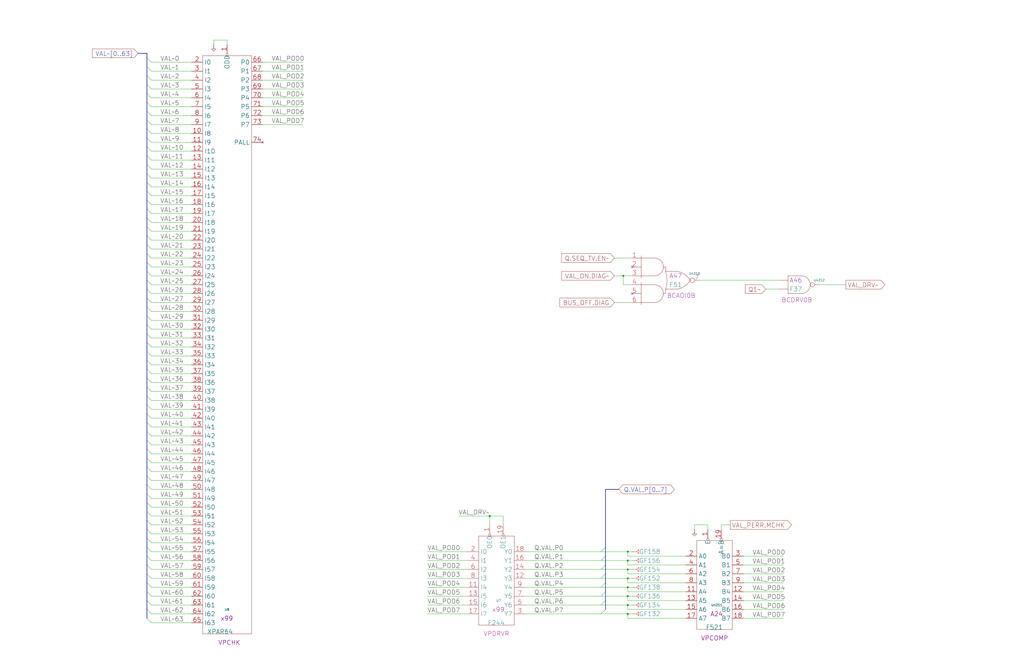
<source format=kicad_sch>
(kicad_sch (version 20230121) (generator eeschema)
  (paper "User" 584.2 378.46)
  (title_block (title "VALUE BUS TRANCEIVER\\nPARITY + BUS DRIVE LOGIC") (date "22-MAY-90") (rev "1.0") (comment 1 "SEQUENCER") (comment 2 "232-003064") (comment 3 "S400") (comment 4 "RELEASED"))
  (lib_symbols
    (symbol "r1000:F244" (pin_names (offset 1.016))
      (property "Reference" "U" (at 2.54 5.08 0))
      (property "Value" "F244" (at -3.81 -7.62 0))
      (property "Location" "___" (at -1.27 0 0))
      (property "Name" "______" (at 1.27 -15.24 0))
      (symbol "F244_1_1"
        (rectangle (start -8.89 41.91) (end 11.43 -8.89))
        (circle (center -2.54 42.545) (radius 0.635))
        (circle (center 5.08 42.545) (radius 0.635))
        (pin input line (at -2.54 48.26 270) (length 5.08) (name "OE0") (number "1"))
        (pin input line (at -15.24 12.7 0) (length 6.35) (name "I4") (number "11"))
        (pin tri_state line (at 17.78 17.78 180) (length 6.35) (name "Y3") (number "12"))
        (pin input line (at -15.24 7.62 0) (length 6.35) (name "I5") (number "13"))
        (pin tri_state line (at 17.78 22.86 180) (length 6.35) (name "Y2") (number "14"))
        (pin input line (at -15.24 2.54 0) (length 6.35) (name "I6") (number "15"))
        (pin tri_state line (at 17.78 27.94 180) (length 6.35) (name "Y1") (number "16"))
        (pin input line (at -15.24 -2.54 0) (length 6.35) (name "I7") (number "17"))
        (pin tri_state line (at 17.78 33.02 180) (length 6.35) (name "Y0") (number "18"))
        (pin input line (at 5.08 48.26 270) (length 5.08) (name "OE1") (number "19"))
        (pin input line (at -15.24 33.02 0) (length 6.35) (name "I0") (number "2"))
        (pin tri_state line (at 17.78 -2.54 180) (length 6.35) (name "Y7") (number "3"))
        (pin input line (at -15.24 27.94 0) (length 6.35) (name "I1") (number "4"))
        (pin tri_state line (at 17.78 2.54 180) (length 6.35) (name "Y6") (number "5"))
        (pin input line (at -15.24 22.86 0) (length 6.35) (name "I2") (number "6"))
        (pin tri_state line (at 17.78 7.62 180) (length 6.35) (name "Y5") (number "7"))
        (pin input line (at -15.24 17.78 0) (length 6.35) (name "I3") (number "8"))
        (pin tri_state line (at 17.78 12.7 180) (length 6.35) (name "Y4") (number "9"))
      )
    )
    (symbol "r1000:F37" (pin_numbers hide) (pin_names (offset 0) hide)
      (property "Reference" "U" (at 15.24 0 0))
      (property "Value" "F37" (at 1.905 -5.08 0))
      (property "Location" "___" (at 1.905 0 0))
      (property "Name" "______" (at 2.54 -12.7 0))
      (symbol "F37_0_1"
        (polyline (pts (xy -2.54 -7.62) (xy 5.08 -7.62)) (stroke (width 0.1524)))
        (polyline (pts (xy -2.54 2.54) (xy -2.54 -7.62)) (stroke (width 0.1524)))
        (polyline (pts (xy -2.54 2.54) (xy 5.08 2.54)) (stroke (width 0.1524)))
        (arc (start 5.08 -7.62) (mid 10.1282 -2.54) (end 5.08 2.54) (stroke (width 0.1524)))
        (circle (center 11.43 -2.54) (radius 1.27) (stroke (width 0.1524)))
      )
      (symbol "F37_0_2"
        (circle (center -3.81 -5.08) (radius 1.27) (stroke (width 0.1524)))
        (circle (center -3.81 0) (radius 1.27) (stroke (width 0.1524)))
        (arc (start -3.175 -7.62) (mid -2.134 -2.54) (end -3.175 2.54) (stroke (width 0.1524)))
        (polyline (pts (xy -3.175 -7.62) (xy 3.81 -7.62)) (stroke (width 0.1524)))
        (polyline (pts (xy -3.175 2.54) (xy 3.81 2.54)) (stroke (width 0.1524)))
        (arc (start 3.81 -7.62) (mid 7.5855 -5.8306) (end 10.16 -2.54) (stroke (width 0.1524)))
        (arc (start 10.16 -2.54) (mid 7.5827 0.7471) (end 3.81 2.54) (stroke (width 0.1524)))
      )
      (symbol "F37_1_1"
        (pin input line (at -7.62 0 0) (length 5.08) (name "D0") (number "1"))
        (pin input line (at -7.62 -5.08 0) (length 5.08) (name "D1") (number "2"))
        (pin output line (at 15.24 -2.54 180) (length 2.54) (name "Q") (number "3"))
      )
      (symbol "F37_1_2"
        (pin input line (at -7.62 0 0) (length 2.54) (name "D0") (number "1"))
        (pin input line (at -7.62 -5.08 0) (length 2.54) (name "D1") (number "2"))
        (pin output line (at 15.24 -2.54 180) (length 5.08) (name "Q") (number "3"))
      )
    )
    (symbol "r1000:F51" (pin_names hide)
      (property "Reference" "U" (at 12.7 1.27 0))
      (property "Value" "F51" (at 1.905 -5.08 0))
      (property "Location" "___" (at 1.905 0 0))
      (property "Name" "______" (at 5.08 -12.7 0))
      (symbol "F51_0_0"
        (arc (start -10.16 -15.24) (mid -6.5679 -13.7521) (end -5.08 -10.16) (stroke (width 0.1524)))
        (arc (start -10.16 0) (mid -6.5679 1.4879) (end -5.08 5.08) (stroke (width 0.1524)))
        (arc (start -5.08 -10.16) (mid -6.5679 -6.5679) (end -10.16 -5.08) (stroke (width 0.1524)))
        (arc (start -5.08 5.08) (mid -6.5679 8.6721) (end -10.16 10.16) (stroke (width 0.1524)))
        (arc (start -3.8173 -7.62) (mid -2.9926 -2.54) (end -3.8173 2.54) (stroke (width 0.1524)))
        (polyline (pts (xy -20.32 -15.24) (xy -17.78 -15.24)) (stroke (width 0.1524)))
        (polyline (pts (xy -20.32 -10.16) (xy -17.78 -10.16)) (stroke (width 0.1524)))
        (polyline (pts (xy -20.32 -5.08) (xy -17.78 -5.08)) (stroke (width 0.1524)))
        (polyline (pts (xy -20.32 0) (xy -17.78 0)) (stroke (width 0.1524)))
        (polyline (pts (xy -20.32 5.08) (xy -17.78 5.08)) (stroke (width 0.1524)))
        (polyline (pts (xy -20.32 10.16) (xy -17.78 10.16)) (stroke (width 0.1524)))
        (polyline (pts (xy -17.78 -3.81) (xy -17.78 -16.51)) (stroke (width 0.1524)))
        (polyline (pts (xy -17.78 11.43) (xy -17.78 -1.27)) (stroke (width 0.1524)))
        (polyline (pts (xy -10.16 -15.24) (xy -17.78 -15.24)) (stroke (width 0.1524)))
        (polyline (pts (xy -10.16 -5.08) (xy -17.78 -5.08)) (stroke (width 0.1524)))
        (polyline (pts (xy -10.16 0) (xy -17.78 0)) (stroke (width 0.1524)))
        (polyline (pts (xy -10.16 10.16) (xy -17.78 10.16)) (stroke (width 0.1524)))
        (polyline (pts (xy -3.81 -7.62) (xy 2.54 -7.62)) (stroke (width 0.1524)))
        (polyline (pts (xy -3.81 2.54) (xy 2.54 2.54)) (stroke (width 0.1524)))
        (polyline (pts (xy -5.08 -10.16) (xy -3.81 -10.16) (xy -3.81 -7.62)) (stroke (width 0.1524)))
        (polyline (pts (xy -5.08 5.08) (xy -3.81 5.08) (xy -3.81 2.54)) (stroke (width 0.1524)))
        (arc (start 2.54 -7.62) (mid 6.9504 -5.9805) (end 10.16 -2.54) (stroke (width 0.1524)))
        (arc (start 10.16 -2.54) (mid 6.9516 0.9024) (end 2.54 2.54) (stroke (width 0.1524)))
        (circle (center 11.43 -2.54) (radius 1.27) (stroke (width 0.1524)))
      )
      (symbol "F51_1_1"
        (pin input line (at -22.86 10.16 0) (length 2.54) (name "A1") (number "1"))
        (pin input line (at -22.86 5.08 0) (length 2.54) (name "A2") (number "2"))
        (pin input line (at -22.86 0 0) (length 2.54) (name "A3") (number "3"))
        (pin input line (at -22.86 -5.08 0) (length 2.54) (name "B1") (number "4"))
        (pin input line (at -22.86 -10.16 0) (length 2.54) (name "B2") (number "5"))
        (pin input line (at -22.86 -15.24 0) (length 2.54) (name "B3") (number "6"))
        (pin output line (at 15.24 -2.54 180) (length 2.54) (name "Q") (number "7"))
      )
    )
    (symbol "r1000:F521" (pin_names (offset 1.016))
      (property "Reference" "U" (at 2.54 5.08 0))
      (property "Value" "F521" (at -3.81 -7.62 0))
      (property "Location" "___" (at -1.27 0 0))
      (property "Name" "______" (at 1.27 -15.24 0))
      (symbol "F521_1_1"
        (rectangle (start -8.89 41.91) (end 11.43 -8.89))
        (circle (center -2.54 42.545) (radius 0.635))
        (circle (center 5.08 42.545) (radius 0.635))
        (pin input line (at -2.54 48.26 270) (length 5.08) (name "E") (number "1"))
        (pin input line (at -15.24 12.7 0) (length 6.35) (name "A4") (number "11"))
        (pin input line (at 17.78 12.7 180) (length 6.35) (name "B4") (number "12"))
        (pin input line (at -15.24 7.62 0) (length 6.35) (name "A5") (number "13"))
        (pin input line (at 17.78 7.62 180) (length 6.35) (name "B5") (number "14"))
        (pin input line (at -15.24 2.54 0) (length 6.35) (name "A6") (number "15"))
        (pin input line (at 17.78 2.54 180) (length 6.35) (name "B6") (number "16"))
        (pin input line (at -15.24 -2.54 0) (length 6.35) (name "A7") (number "17"))
        (pin input line (at 17.78 -2.54 180) (length 6.35) (name "B7") (number "18"))
        (pin output line (at 5.08 48.26 270) (length 5.08) (name "A=B") (number "19"))
        (pin input line (at -15.24 33.02 0) (length 6.35) (name "A0") (number "2"))
        (pin input line (at 17.78 33.02 180) (length 6.35) (name "B0") (number "3"))
        (pin input line (at -15.24 27.94 0) (length 6.35) (name "A1") (number "4"))
        (pin input line (at 17.78 27.94 180) (length 6.35) (name "B1") (number "5"))
        (pin input line (at -15.24 22.86 0) (length 6.35) (name "A2") (number "6"))
        (pin input line (at 17.78 22.86 180) (length 6.35) (name "B2") (number "7"))
        (pin input line (at -15.24 17.78 0) (length 6.35) (name "A3") (number "8"))
        (pin input line (at 17.78 17.78 180) (length 6.35) (name "B3") (number "9"))
      )
    )
    (symbol "r1000:GF" (pin_numbers hide) (pin_names (offset 0) hide)
      (property "Reference" "GF" (at 3.81 0 0))
      (symbol "GF_0_1"
        (polyline (pts (xy 2.54 0) (xy 3.81 1.27) (xy 3.81 -1.27) (xy 2.54 0)) (stroke (width 0.1524)))
      )
      (symbol "GF_1_1"
        (pin bidirectional line (at 0 0 0) (length 2.54) (name "") (number "1"))
      )
    )
    (symbol "r1000:PD" (power) (pin_numbers hide) (pin_names hide) (in_bom no)
      (symbol "PD_0_1"
        (polyline (pts (xy 0 -2.54) (xy 1.27 -2.54) (xy 0 -3.81) (xy -1.27 -2.54) (xy 0 -2.54)) (stroke (width 0.1524)))
      )
      (symbol "PD_1_1"
        (pin power_in line (at 0 0 270) (length 2.54) (name "PD") (number "1"))
      )
    )
    (symbol "r1000:XPAR64" (pin_names (offset 1.016))
      (property "Reference" "U" (at 2.54 5.08 0))
      (property "Value" "XPAR64" (at -8.89 -7.62 0))
      (property "Location" "___" (at -1.27 0 0))
      (property "Name" "______" (at 3.81 -15.24 0))
      (symbol "XPAR64_1_1"
        (rectangle (start -11.43 321.31) (end 16.51 -8.89))
        (circle (center 2.54 321.945) (radius 0.635))
        (pin input line (at 2.54 327.66 270) (length 5.08) (name "ODD") (number "1"))
        (pin input line (at -17.78 276.86 0) (length 6.35) (name "I8") (number "10"))
        (pin input line (at -17.78 271.78 0) (length 6.35) (name "I9") (number "11"))
        (pin input line (at -17.78 266.7 0) (length 6.35) (name "I10") (number "12"))
        (pin input line (at -17.78 261.62 0) (length 6.35) (name "I11") (number "13"))
        (pin input line (at -17.78 256.54 0) (length 6.35) (name "I12") (number "14"))
        (pin input line (at -17.78 251.46 0) (length 6.35) (name "I13") (number "15"))
        (pin input line (at -17.78 246.38 0) (length 6.35) (name "I14") (number "16"))
        (pin input line (at -17.78 241.3 0) (length 6.35) (name "I15") (number "17"))
        (pin input line (at -17.78 236.22 0) (length 6.35) (name "I16") (number "18"))
        (pin input line (at -17.78 231.14 0) (length 6.35) (name "I17") (number "19"))
        (pin input line (at -17.78 317.5 0) (length 6.35) (name "I0") (number "2"))
        (pin input line (at -17.78 226.06 0) (length 6.35) (name "I18") (number "20"))
        (pin input line (at -17.78 220.98 0) (length 6.35) (name "I19") (number "21"))
        (pin input line (at -17.78 215.9 0) (length 6.35) (name "I20") (number "22"))
        (pin input line (at -17.78 210.82 0) (length 6.35) (name "I21") (number "23"))
        (pin input line (at -17.78 205.74 0) (length 6.35) (name "I22") (number "24"))
        (pin input line (at -17.78 200.66 0) (length 6.35) (name "I23") (number "25"))
        (pin input line (at -17.78 195.58 0) (length 6.35) (name "I24") (number "26"))
        (pin input line (at -17.78 190.5 0) (length 6.35) (name "I25") (number "27"))
        (pin input line (at -17.78 185.42 0) (length 6.35) (name "I26") (number "28"))
        (pin input line (at -17.78 180.34 0) (length 6.35) (name "I27") (number "29"))
        (pin input line (at -17.78 312.42 0) (length 6.35) (name "I1") (number "3"))
        (pin input line (at -17.78 175.26 0) (length 6.35) (name "I28") (number "30"))
        (pin input line (at -17.78 170.18 0) (length 6.35) (name "I29") (number "31"))
        (pin input line (at -17.78 165.1 0) (length 6.35) (name "I30") (number "32"))
        (pin input line (at -17.78 160.02 0) (length 6.35) (name "I31") (number "33"))
        (pin input line (at -17.78 154.94 0) (length 6.35) (name "I32") (number "34"))
        (pin input line (at -17.78 149.86 0) (length 6.35) (name "I33") (number "35"))
        (pin input line (at -17.78 144.78 0) (length 6.35) (name "I34") (number "36"))
        (pin input line (at -17.78 139.7 0) (length 6.35) (name "I35") (number "37"))
        (pin input line (at -17.78 134.62 0) (length 6.35) (name "I36") (number "38"))
        (pin input line (at -17.78 129.54 0) (length 6.35) (name "I37") (number "39"))
        (pin input line (at -17.78 307.34 0) (length 6.35) (name "I2") (number "4"))
        (pin input line (at -17.78 124.46 0) (length 6.35) (name "I38") (number "40"))
        (pin input line (at -17.78 119.38 0) (length 6.35) (name "I39") (number "41"))
        (pin input line (at -17.78 114.3 0) (length 6.35) (name "I40") (number "42"))
        (pin input line (at -17.78 109.22 0) (length 6.35) (name "I41") (number "43"))
        (pin input line (at -17.78 104.14 0) (length 6.35) (name "I42") (number "44"))
        (pin input line (at -17.78 99.06 0) (length 6.35) (name "I43") (number "45"))
        (pin input line (at -17.78 93.98 0) (length 6.35) (name "I44") (number "46"))
        (pin input line (at -17.78 88.9 0) (length 6.35) (name "I45") (number "47"))
        (pin input line (at -17.78 83.82 0) (length 6.35) (name "I46") (number "48"))
        (pin input line (at -17.78 78.74 0) (length 6.35) (name "I47") (number "49"))
        (pin input line (at -17.78 302.26 0) (length 6.35) (name "I3") (number "5"))
        (pin input line (at -17.78 73.66 0) (length 6.35) (name "I48") (number "50"))
        (pin input line (at -17.78 68.58 0) (length 6.35) (name "I49") (number "51"))
        (pin input line (at -17.78 63.5 0) (length 6.35) (name "I50") (number "52"))
        (pin input line (at -17.78 58.42 0) (length 6.35) (name "I51") (number "53"))
        (pin input line (at -17.78 53.34 0) (length 6.35) (name "I52") (number "54"))
        (pin input line (at -17.78 48.26 0) (length 6.35) (name "I53") (number "55"))
        (pin input line (at -17.78 43.18 0) (length 6.35) (name "I54") (number "56"))
        (pin input line (at -17.78 38.1 0) (length 6.35) (name "I55") (number "57"))
        (pin input line (at -17.78 33.02 0) (length 6.35) (name "I56") (number "58"))
        (pin input line (at -17.78 27.94 0) (length 6.35) (name "I57") (number "59"))
        (pin input line (at -17.78 297.18 0) (length 6.35) (name "I4") (number "6"))
        (pin input line (at -17.78 22.86 0) (length 6.35) (name "I58") (number "60"))
        (pin input line (at -17.78 17.78 0) (length 6.35) (name "I59") (number "61"))
        (pin input line (at -17.78 12.7 0) (length 6.35) (name "I60") (number "62"))
        (pin input line (at -17.78 7.62 0) (length 6.35) (name "I61") (number "63"))
        (pin input line (at -17.78 2.54 0) (length 6.35) (name "I62") (number "64"))
        (pin input line (at -17.78 -2.54 0) (length 6.35) (name "I63") (number "65"))
        (pin output line (at 22.86 317.5 180) (length 6.35) (name "P0") (number "66"))
        (pin output line (at 22.86 312.42 180) (length 6.35) (name "P1") (number "67"))
        (pin output line (at 22.86 307.34 180) (length 6.35) (name "P2") (number "68"))
        (pin output line (at 22.86 302.26 180) (length 6.35) (name "P3") (number "69"))
        (pin input line (at -17.78 292.1 0) (length 6.35) (name "I5") (number "7"))
        (pin output line (at 22.86 297.18 180) (length 6.35) (name "P4") (number "70"))
        (pin output line (at 22.86 292.1 180) (length 6.35) (name "P5") (number "71"))
        (pin output line (at 22.86 287.02 180) (length 6.35) (name "P6") (number "72"))
        (pin output line (at 22.86 281.94 180) (length 6.35) (name "P7") (number "73"))
        (pin output line (at 22.86 271.78 180) (length 6.35) (name "PALL") (number "74"))
        (pin input line (at -17.78 287.02 0) (length 6.35) (name "I6") (number "8"))
        (pin input line (at -17.78 281.94 0) (length 6.35) (name "I7") (number "9"))
      )
    )
  )
  (junction (at 358.14 345.44))
  (junction (at 358.14 340.36))
  (junction (at 358.14 314.96))
  (junction (at 358.14 330.2))
  (junction (at 358.14 320.04))
  (junction (at 358.14 335.28))
  (junction (at 358.14 325.12))
  (junction (at 358.14 350.52))
  (junction (at 355.6 157.48))
  (junction (at 279.4 294.64))
  (no_connect (at 149.86 81.28))
  (no_connect (at 360.68 167.64))
  (no_connect (at 360.68 152.4))
  (bus_entry (at 83.82 185.42) (size 2.54 2.54))
  (bus_entry (at 83.82 271.78) (size 2.54 2.54))
  (bus_entry (at 345.44 337.82) (size -2.54 2.54))
  (bus_entry (at 83.82 251.46) (size 2.54 2.54))
  (bus_entry (at 83.82 332.74) (size 2.54 2.54))
  (bus_entry (at 345.44 342.9) (size -2.54 2.54))
  (bus_entry (at 83.82 33.02) (size 2.54 2.54))
  (bus_entry (at 83.82 210.82) (size 2.54 2.54))
  (bus_entry (at 83.82 104.14) (size 2.54 2.54))
  (bus_entry (at 83.82 241.3) (size 2.54 2.54))
  (bus_entry (at 83.82 287.02) (size 2.54 2.54))
  (bus_entry (at 83.82 48.26) (size 2.54 2.54))
  (bus_entry (at 83.82 175.26) (size 2.54 2.54))
  (bus_entry (at 83.82 236.22) (size 2.54 2.54))
  (bus_entry (at 83.82 58.42) (size 2.54 2.54))
  (bus_entry (at 83.82 215.9) (size 2.54 2.54))
  (bus_entry (at 83.82 43.18) (size 2.54 2.54))
  (bus_entry (at 83.82 38.1) (size 2.54 2.54))
  (bus_entry (at 83.82 124.46) (size 2.54 2.54))
  (bus_entry (at 83.82 63.5) (size 2.54 2.54))
  (bus_entry (at 83.82 119.38) (size 2.54 2.54))
  (bus_entry (at 83.82 353.06) (size 2.54 2.54))
  (bus_entry (at 83.82 281.94) (size 2.54 2.54))
  (bus_entry (at 83.82 261.62) (size 2.54 2.54))
  (bus_entry (at 83.82 134.62) (size 2.54 2.54))
  (bus_entry (at 83.82 180.34) (size 2.54 2.54))
  (bus_entry (at 83.82 68.58) (size 2.54 2.54))
  (bus_entry (at 83.82 342.9) (size 2.54 2.54))
  (bus_entry (at 83.82 109.22) (size 2.54 2.54))
  (bus_entry (at 83.82 114.3) (size 2.54 2.54))
  (bus_entry (at 83.82 165.1) (size 2.54 2.54))
  (bus_entry (at 83.82 327.66) (size 2.54 2.54))
  (bus_entry (at 83.82 347.98) (size 2.54 2.54))
  (bus_entry (at 83.82 297.18) (size 2.54 2.54))
  (bus_entry (at 83.82 149.86) (size 2.54 2.54))
  (bus_entry (at 83.82 231.14) (size 2.54 2.54))
  (bus_entry (at 83.82 307.34) (size 2.54 2.54))
  (bus_entry (at 83.82 337.82) (size 2.54 2.54))
  (bus_entry (at 83.82 139.7) (size 2.54 2.54))
  (bus_entry (at 83.82 93.98) (size 2.54 2.54))
  (bus_entry (at 83.82 246.38) (size 2.54 2.54))
  (bus_entry (at 345.44 347.98) (size -2.54 2.54))
  (bus_entry (at 83.82 73.66) (size 2.54 2.54))
  (bus_entry (at 83.82 144.78) (size 2.54 2.54))
  (bus_entry (at 83.82 160.02) (size 2.54 2.54))
  (bus_entry (at 83.82 53.34) (size 2.54 2.54))
  (bus_entry (at 83.82 322.58) (size 2.54 2.54))
  (bus_entry (at 83.82 190.5) (size 2.54 2.54))
  (bus_entry (at 345.44 332.74) (size -2.54 2.54))
  (bus_entry (at 83.82 312.42) (size 2.54 2.54))
  (bus_entry (at 83.82 83.82) (size 2.54 2.54))
  (bus_entry (at 83.82 170.18) (size 2.54 2.54))
  (bus_entry (at 83.82 205.74) (size 2.54 2.54))
  (bus_entry (at 83.82 220.98) (size 2.54 2.54))
  (bus_entry (at 345.44 327.66) (size -2.54 2.54))
  (bus_entry (at 345.44 322.58) (size -2.54 2.54))
  (bus_entry (at 83.82 88.9) (size 2.54 2.54))
  (bus_entry (at 83.82 195.58) (size 2.54 2.54))
  (bus_entry (at 83.82 200.66) (size 2.54 2.54))
  (bus_entry (at 345.44 312.42) (size -2.54 2.54))
  (bus_entry (at 83.82 266.7) (size 2.54 2.54))
  (bus_entry (at 83.82 226.06) (size 2.54 2.54))
  (bus_entry (at 345.44 317.5) (size -2.54 2.54))
  (bus_entry (at 83.82 129.54) (size 2.54 2.54))
  (bus_entry (at 83.82 78.74) (size 2.54 2.54))
  (bus_entry (at 83.82 302.26) (size 2.54 2.54))
  (bus_entry (at 83.82 99.06) (size 2.54 2.54))
  (bus_entry (at 83.82 317.5) (size 2.54 2.54))
  (bus_entry (at 83.82 276.86) (size 2.54 2.54))
  (bus_entry (at 83.82 292.1) (size 2.54 2.54))
  (bus_entry (at 83.82 256.54) (size 2.54 2.54))
  (bus_entry (at 83.82 154.94) (size 2.54 2.54))
  (wire (pts (xy 299.72 320.04) (xy 342.9 320.04)))
  (bus (pts (xy 83.82 129.54) (xy 83.82 134.62)))
  (bus (pts (xy 83.82 185.42) (xy 83.82 190.5)))
  (wire (pts (xy 109.22 213.36) (xy 86.36 213.36)))
  (wire (pts (xy 342.9 320.04) (xy 358.14 320.04)))
  (bus (pts (xy 83.82 154.94) (xy 83.82 160.02)))
  (wire (pts (xy 342.9 335.28) (xy 358.14 335.28)))
  (wire (pts (xy 109.22 60.96) (xy 86.36 60.96)))
  (wire (pts (xy 109.22 264.16) (xy 86.36 264.16)))
  (bus (pts (xy 83.82 256.54) (xy 83.82 261.62)))
  (bus (pts (xy 83.82 165.1) (xy 83.82 170.18)))
  (wire (pts (xy 391.16 327.66) (xy 358.14 327.66)))
  (wire (pts (xy 391.16 322.58) (xy 358.14 322.58)))
  (bus (pts (xy 83.82 83.82) (xy 83.82 88.9)))
  (wire (pts (xy 243.84 335.28) (xy 266.7 335.28)))
  (wire (pts (xy 358.14 314.96) (xy 358.14 317.5)))
  (bus (pts (xy 78.74 30.48) (xy 83.82 30.48)))
  (wire (pts (xy 391.16 317.5) (xy 358.14 317.5)))
  (bus (pts (xy 345.44 279.4) (xy 345.44 312.42)))
  (bus (pts (xy 83.82 322.58) (xy 83.82 327.66)))
  (wire (pts (xy 109.22 355.6) (xy 86.36 355.6)))
  (wire (pts (xy 424.18 347.98) (xy 447.04 347.98)))
  (bus (pts (xy 83.82 104.14) (xy 83.82 109.22)))
  (wire (pts (xy 350.52 157.48) (xy 355.6 157.48)))
  (wire (pts (xy 396.24 299.72) (xy 403.86 299.72)))
  (bus (pts (xy 345.44 317.5) (xy 345.44 322.58)))
  (wire (pts (xy 109.22 152.4) (xy 86.36 152.4)))
  (wire (pts (xy 109.22 45.72) (xy 86.36 45.72)))
  (wire (pts (xy 109.22 325.12) (xy 86.36 325.12)))
  (bus (pts (xy 83.82 170.18) (xy 83.82 175.26)))
  (wire (pts (xy 355.6 162.56) (xy 355.6 157.48)))
  (wire (pts (xy 358.14 330.2) (xy 358.14 332.74)))
  (wire (pts (xy 358.14 335.28) (xy 358.14 337.82)))
  (wire (pts (xy 109.22 243.84) (xy 86.36 243.84)))
  (bus (pts (xy 345.44 342.9) (xy 345.44 347.98)))
  (wire (pts (xy 109.22 121.92) (xy 86.36 121.92)))
  (wire (pts (xy 299.72 345.44) (xy 342.9 345.44)))
  (bus (pts (xy 83.82 261.62) (xy 83.82 266.7)))
  (wire (pts (xy 109.22 116.84) (xy 86.36 116.84)))
  (wire (pts (xy 358.14 320.04) (xy 358.14 322.58)))
  (wire (pts (xy 396.24 299.72) (xy 396.24 302.26)))
  (bus (pts (xy 83.82 114.3) (xy 83.82 119.38)))
  (bus (pts (xy 83.82 231.14) (xy 83.82 236.22)))
  (wire (pts (xy 360.68 162.56) (xy 355.6 162.56)))
  (bus (pts (xy 83.82 48.26) (xy 83.82 53.34)))
  (wire (pts (xy 109.22 132.08) (xy 86.36 132.08)))
  (bus (pts (xy 83.82 251.46) (xy 83.82 256.54)))
  (bus (pts (xy 83.82 93.98) (xy 83.82 99.06)))
  (wire (pts (xy 403.86 302.26) (xy 403.86 299.72)))
  (bus (pts (xy 83.82 119.38) (xy 83.82 124.46)))
  (bus (pts (xy 83.82 124.46) (xy 83.82 129.54)))
  (bus (pts (xy 345.44 337.82) (xy 345.44 342.9)))
  (wire (pts (xy 109.22 228.6) (xy 86.36 228.6)))
  (wire (pts (xy 243.84 320.04) (xy 266.7 320.04)))
  (bus (pts (xy 83.82 43.18) (xy 83.82 48.26)))
  (wire (pts (xy 109.22 233.68) (xy 86.36 233.68)))
  (wire (pts (xy 109.22 111.76) (xy 86.36 111.76)))
  (wire (pts (xy 358.14 345.44) (xy 358.14 347.98)))
  (wire (pts (xy 109.22 320.04) (xy 86.36 320.04)))
  (wire (pts (xy 109.22 223.52) (xy 86.36 223.52)))
  (wire (pts (xy 243.84 340.36) (xy 266.7 340.36)))
  (wire (pts (xy 109.22 187.96) (xy 86.36 187.96)))
  (wire (pts (xy 149.86 66.04) (xy 172.72 66.04)))
  (bus (pts (xy 83.82 139.7) (xy 83.82 144.78)))
  (wire (pts (xy 360.68 314.96) (xy 358.14 314.96)))
  (wire (pts (xy 109.22 86.36) (xy 86.36 86.36)))
  (wire (pts (xy 109.22 289.56) (xy 86.36 289.56)))
  (wire (pts (xy 109.22 50.8) (xy 86.36 50.8)))
  (wire (pts (xy 109.22 193.04) (xy 86.36 193.04)))
  (bus (pts (xy 83.82 337.82) (xy 83.82 342.9)))
  (wire (pts (xy 109.22 345.44) (xy 86.36 345.44)))
  (wire (pts (xy 243.84 314.96) (xy 266.7 314.96)))
  (wire (pts (xy 467.36 162.56) (xy 482.6 162.56)))
  (bus (pts (xy 345.44 312.42) (xy 345.44 317.5)))
  (bus (pts (xy 83.82 312.42) (xy 83.82 317.5)))
  (bus (pts (xy 83.82 149.86) (xy 83.82 154.94)))
  (bus (pts (xy 83.82 327.66) (xy 83.82 332.74)))
  (bus (pts (xy 83.82 241.3) (xy 83.82 246.38)))
  (bus (pts (xy 83.82 317.5) (xy 83.82 322.58)))
  (wire (pts (xy 109.22 309.88) (xy 86.36 309.88)))
  (wire (pts (xy 109.22 182.88) (xy 86.36 182.88)))
  (wire (pts (xy 342.9 345.44) (xy 358.14 345.44)))
  (wire (pts (xy 299.72 340.36) (xy 342.9 340.36)))
  (bus (pts (xy 83.82 99.06) (xy 83.82 104.14)))
  (wire (pts (xy 360.68 340.36) (xy 358.14 340.36)))
  (wire (pts (xy 391.16 332.74) (xy 358.14 332.74)))
  (wire (pts (xy 109.22 203.2) (xy 86.36 203.2)))
  (bus (pts (xy 83.82 287.02) (xy 83.82 292.1)))
  (wire (pts (xy 424.18 342.9) (xy 447.04 342.9)))
  (wire (pts (xy 360.68 325.12) (xy 358.14 325.12)))
  (wire (pts (xy 109.22 248.92) (xy 86.36 248.92)))
  (bus (pts (xy 83.82 292.1) (xy 83.82 297.18)))
  (wire (pts (xy 109.22 218.44) (xy 86.36 218.44)))
  (wire (pts (xy 121.92 22.86) (xy 129.54 22.86)))
  (wire (pts (xy 436.88 165.1) (xy 444.5 165.1)))
  (wire (pts (xy 109.22 269.24) (xy 86.36 269.24)))
  (wire (pts (xy 299.72 330.2) (xy 342.9 330.2)))
  (wire (pts (xy 279.4 294.64) (xy 287.02 294.64)))
  (wire (pts (xy 342.9 350.52) (xy 358.14 350.52)))
  (wire (pts (xy 129.54 22.86) (xy 129.54 25.4)))
  (wire (pts (xy 109.22 279.4) (xy 86.36 279.4)))
  (wire (pts (xy 109.22 147.32) (xy 86.36 147.32)))
  (wire (pts (xy 109.22 340.36) (xy 86.36 340.36)))
  (bus (pts (xy 83.82 271.78) (xy 83.82 276.86)))
  (bus (pts (xy 83.82 175.26) (xy 83.82 180.34)))
  (wire (pts (xy 121.92 25.4) (xy 121.92 22.86)))
  (wire (pts (xy 243.84 325.12) (xy 266.7 325.12)))
  (wire (pts (xy 109.22 238.76) (xy 86.36 238.76)))
  (wire (pts (xy 109.22 40.64) (xy 86.36 40.64)))
  (bus (pts (xy 83.82 281.94) (xy 83.82 287.02)))
  (wire (pts (xy 109.22 198.12) (xy 86.36 198.12)))
  (bus (pts (xy 83.82 30.48) (xy 83.82 33.02)))
  (bus (pts (xy 83.82 78.74) (xy 83.82 83.82)))
  (bus (pts (xy 83.82 63.5) (xy 83.82 68.58)))
  (bus (pts (xy 83.82 266.7) (xy 83.82 271.78)))
  (bus (pts (xy 83.82 160.02) (xy 83.82 165.1)))
  (bus (pts (xy 83.82 200.66) (xy 83.82 205.74)))
  (wire (pts (xy 109.22 157.48) (xy 86.36 157.48)))
  (wire (pts (xy 109.22 177.8) (xy 86.36 177.8)))
  (bus (pts (xy 83.82 276.86) (xy 83.82 281.94)))
  (bus (pts (xy 83.82 33.02) (xy 83.82 38.1)))
  (wire (pts (xy 355.6 157.48) (xy 360.68 157.48)))
  (bus (pts (xy 83.82 144.78) (xy 83.82 149.86)))
  (bus (pts (xy 83.82 297.18) (xy 83.82 302.26)))
  (wire (pts (xy 109.22 106.68) (xy 86.36 106.68)))
  (wire (pts (xy 358.14 337.82) (xy 391.16 337.82)))
  (wire (pts (xy 360.68 320.04) (xy 358.14 320.04)))
  (wire (pts (xy 109.22 259.08) (xy 86.36 259.08)))
  (wire (pts (xy 109.22 208.28) (xy 86.36 208.28)))
  (bus (pts (xy 83.82 68.58) (xy 83.82 73.66)))
  (bus (pts (xy 83.82 195.58) (xy 83.82 200.66)))
  (bus (pts (xy 83.82 109.22) (xy 83.82 114.3)))
  (bus (pts (xy 83.82 220.98) (xy 83.82 226.06)))
  (wire (pts (xy 109.22 76.2) (xy 86.36 76.2)))
  (wire (pts (xy 149.86 35.56) (xy 172.72 35.56)))
  (bus (pts (xy 83.82 246.38) (xy 83.82 251.46)))
  (wire (pts (xy 109.22 330.2) (xy 86.36 330.2)))
  (wire (pts (xy 109.22 172.72) (xy 86.36 172.72)))
  (wire (pts (xy 109.22 137.16) (xy 86.36 137.16)))
  (wire (pts (xy 243.84 345.44) (xy 266.7 345.44)))
  (wire (pts (xy 424.18 332.74) (xy 447.04 332.74)))
  (wire (pts (xy 360.68 350.52) (xy 358.14 350.52)))
  (wire (pts (xy 109.22 66.04) (xy 86.36 66.04)))
  (wire (pts (xy 149.86 40.64) (xy 172.72 40.64)))
  (wire (pts (xy 411.48 302.26) (xy 411.48 299.72)))
  (wire (pts (xy 360.68 335.28) (xy 358.14 335.28)))
  (wire (pts (xy 391.16 347.98) (xy 358.14 347.98)))
  (wire (pts (xy 261.62 294.64) (xy 279.4 294.64)))
  (wire (pts (xy 358.14 325.12) (xy 358.14 327.66)))
  (bus (pts (xy 83.82 134.62) (xy 83.82 139.7)))
  (bus (pts (xy 83.82 88.9) (xy 83.82 93.98)))
  (wire (pts (xy 109.22 167.64) (xy 86.36 167.64)))
  (wire (pts (xy 109.22 55.88) (xy 86.36 55.88)))
  (wire (pts (xy 109.22 274.32) (xy 86.36 274.32)))
  (wire (pts (xy 149.86 50.8) (xy 172.72 50.8)))
  (bus (pts (xy 83.82 53.34) (xy 83.82 58.42)))
  (bus (pts (xy 83.82 210.82) (xy 83.82 215.9)))
  (bus (pts (xy 83.82 302.26) (xy 83.82 307.34)))
  (wire (pts (xy 360.68 330.2) (xy 358.14 330.2)))
  (wire (pts (xy 109.22 81.28) (xy 86.36 81.28)))
  (wire (pts (xy 299.72 350.52) (xy 342.9 350.52)))
  (wire (pts (xy 279.4 294.64) (xy 279.4 299.72)))
  (wire (pts (xy 342.9 325.12) (xy 358.14 325.12)))
  (wire (pts (xy 411.48 299.72) (xy 416.56 299.72)))
  (wire (pts (xy 109.22 162.56) (xy 86.36 162.56)))
  (wire (pts (xy 243.84 330.2) (xy 266.7 330.2)))
  (wire (pts (xy 109.22 254) (xy 86.36 254)))
  (wire (pts (xy 109.22 101.6) (xy 86.36 101.6)))
  (bus (pts (xy 345.44 327.66) (xy 345.44 332.74)))
  (wire (pts (xy 358.14 350.52) (xy 358.14 353.06)))
  (bus (pts (xy 83.82 58.42) (xy 83.82 63.5)))
  (bus (pts (xy 83.82 226.06) (xy 83.82 231.14)))
  (wire (pts (xy 299.72 325.12) (xy 342.9 325.12)))
  (bus (pts (xy 83.82 73.66) (xy 83.82 78.74)))
  (wire (pts (xy 287.02 299.72) (xy 287.02 294.64)))
  (wire (pts (xy 109.22 91.44) (xy 86.36 91.44)))
  (wire (pts (xy 391.16 342.9) (xy 358.14 342.9)))
  (wire (pts (xy 342.9 330.2) (xy 358.14 330.2)))
  (wire (pts (xy 109.22 314.96) (xy 86.36 314.96)))
  (bus (pts (xy 83.82 347.98) (xy 83.82 353.06)))
  (bus (pts (xy 345.44 279.4) (xy 353.06 279.4)))
  (wire (pts (xy 424.18 327.66) (xy 447.04 327.66)))
  (wire (pts (xy 350.52 172.72) (xy 360.68 172.72)))
  (bus (pts (xy 345.44 322.58) (xy 345.44 327.66)))
  (bus (pts (xy 83.82 342.9) (xy 83.82 347.98)))
  (bus (pts (xy 83.82 215.9) (xy 83.82 220.98)))
  (wire (pts (xy 109.22 284.48) (xy 86.36 284.48)))
  (bus (pts (xy 83.82 190.5) (xy 83.82 195.58)))
  (bus (pts (xy 83.82 307.34) (xy 83.82 312.42)))
  (wire (pts (xy 342.9 314.96) (xy 358.14 314.96)))
  (wire (pts (xy 109.22 304.8) (xy 86.36 304.8)))
  (bus (pts (xy 83.82 180.34) (xy 83.82 185.42)))
  (wire (pts (xy 109.22 142.24) (xy 86.36 142.24)))
  (wire (pts (xy 342.9 340.36) (xy 358.14 340.36)))
  (wire (pts (xy 109.22 71.12) (xy 86.36 71.12)))
  (wire (pts (xy 243.84 350.52) (xy 266.7 350.52)))
  (bus (pts (xy 83.82 38.1) (xy 83.82 43.18)))
  (wire (pts (xy 398.78 160.02) (xy 444.5 160.02)))
  (wire (pts (xy 358.14 340.36) (xy 358.14 342.9)))
  (wire (pts (xy 149.86 71.12) (xy 172.72 71.12)))
  (wire (pts (xy 299.72 335.28) (xy 342.9 335.28)))
  (wire (pts (xy 109.22 299.72) (xy 86.36 299.72)))
  (bus (pts (xy 83.82 332.74) (xy 83.82 337.82)))
  (wire (pts (xy 149.86 45.72) (xy 172.72 45.72)))
  (wire (pts (xy 350.52 147.32) (xy 360.68 147.32)))
  (wire (pts (xy 149.86 60.96) (xy 172.72 60.96)))
  (wire (pts (xy 109.22 350.52) (xy 86.36 350.52)))
  (wire (pts (xy 424.18 353.06) (xy 447.04 353.06)))
  (wire (pts (xy 424.18 322.58) (xy 447.04 322.58)))
  (wire (pts (xy 424.18 317.5) (xy 447.04 317.5)))
  (wire (pts (xy 299.72 314.96) (xy 342.9 314.96)))
  (wire (pts (xy 109.22 127) (xy 86.36 127)))
  (bus (pts (xy 83.82 205.74) (xy 83.82 210.82)))
  (wire (pts (xy 109.22 35.56) (xy 86.36 35.56)))
  (wire (pts (xy 149.86 55.88) (xy 172.72 55.88)))
  (wire (pts (xy 109.22 335.28) (xy 86.36 335.28)))
  (wire (pts (xy 109.22 96.52) (xy 86.36 96.52)))
  (wire (pts (xy 424.18 337.82) (xy 447.04 337.82)))
  (wire (pts (xy 391.16 353.06) (xy 358.14 353.06)))
  (bus (pts (xy 345.44 332.74) (xy 345.44 337.82)))
  (wire (pts (xy 360.68 345.44) (xy 358.14 345.44)))
  (bus (pts (xy 83.82 236.22) (xy 83.82 241.3)))
  (wire (pts (xy 109.22 294.64) (xy 86.36 294.64)))
  (label "VAL~15" (at 91.44 111.76 0) (effects (font (size 2.54 2.54))))
  (label "VAL~17" (at 91.44 121.92 0) (effects (font (size 2.54 2.54))))
  (label "VAL_POD6" (at 429.26 347.98 0) (effects (font (size 2.54 2.54))))
  (label "VAL_POD7" (at 429.26 353.06 0) (effects (font (size 2.54 2.54))))
  (label "VAL_POD5" (at 243.84 340.36 0) (effects (font (size 2.54 2.54))))
  (label "Q.VAL.P4" (at 304.8 335.28 0) (effects (font (size 2.54 2.54))))
  (label "VAL_POD2" (at 154.94 45.72 0) (effects (font (size 2.54 2.54))))
  (label "VAL_POD6" (at 154.94 66.04 0) (effects (font (size 2.54 2.54))))
  (label "VAL~59" (at 91.44 335.28 0) (effects (font (size 2.54 2.54))))
  (label "VAL_POD7" (at 243.84 350.52 0) (effects (font (size 2.54 2.54))))
  (label "VAL~30" (at 91.44 187.96 0) (effects (font (size 2.54 2.54))))
  (label "VAL_POD5" (at 154.94 60.96 0) (effects (font (size 2.54 2.54))))
  (label "VAL~60" (at 91.44 340.36 0) (effects (font (size 2.54 2.54))))
  (label "VAL~46" (at 91.44 269.24 0) (effects (font (size 2.54 2.54))))
  (label "VAL~4" (at 91.44 55.88 0) (effects (font (size 2.54 2.54))))
  (label "VAL_POD1" (at 154.94 40.64 0) (effects (font (size 2.54 2.54))))
  (label "VAL~52" (at 91.44 299.72 0) (effects (font (size 2.54 2.54))))
  (label "VAL~18" (at 91.44 127 0) (effects (font (size 2.54 2.54))))
  (label "VAL~1" (at 91.44 40.64 0) (effects (font (size 2.54 2.54))))
  (label "VAL~8" (at 91.44 76.2 0) (effects (font (size 2.54 2.54))))
  (label "Q.VAL.P1" (at 304.8 320.04 0) (effects (font (size 2.54 2.54))))
  (label "VAL~39" (at 91.44 233.68 0) (effects (font (size 2.54 2.54))))
  (label "VAL_POD1" (at 429.26 322.58 0) (effects (font (size 2.54 2.54))))
  (label "VAL~19" (at 91.44 132.08 0) (effects (font (size 2.54 2.54))))
  (label "VAL~13" (at 91.44 101.6 0) (effects (font (size 2.54 2.54))))
  (label "VAL~36" (at 91.44 218.44 0) (effects (font (size 2.54 2.54))))
  (label "VAL_POD4" (at 243.84 335.28 0) (effects (font (size 2.54 2.54))))
  (label "VAL~7" (at 91.44 71.12 0) (effects (font (size 2.54 2.54))))
  (label "VAL_POD0" (at 154.94 35.56 0) (effects (font (size 2.54 2.54))))
  (label "VAL~21" (at 91.44 142.24 0) (effects (font (size 2.54 2.54))))
  (label "VAL~41" (at 91.44 243.84 0) (effects (font (size 2.54 2.54))))
  (label "VAL~50" (at 91.44 289.56 0) (effects (font (size 2.54 2.54))))
  (label "VAL~25" (at 91.44 162.56 0) (effects (font (size 2.54 2.54))))
  (label "VAL~6" (at 91.44 66.04 0) (effects (font (size 2.54 2.54))))
  (label "VAL~14" (at 91.44 106.68 0) (effects (font (size 2.54 2.54))))
  (label "VAL~45" (at 91.44 264.16 0) (effects (font (size 2.54 2.54))))
  (label "VAL~42" (at 91.44 248.92 0) (effects (font (size 2.54 2.54))))
  (label "VAL~27" (at 91.44 172.72 0) (effects (font (size 2.54 2.54))))
  (label "VAL_POD3" (at 243.84 330.2 0) (effects (font (size 2.54 2.54))))
  (label "VAL~49" (at 91.44 284.48 0) (effects (font (size 2.54 2.54))))
  (label "VAL~47" (at 91.44 274.32 0) (effects (font (size 2.54 2.54))))
  (label "VAL~22" (at 91.44 147.32 0) (effects (font (size 2.54 2.54))))
  (label "VAL~16" (at 91.44 116.84 0) (effects (font (size 2.54 2.54))))
  (label "VAL_POD5" (at 429.26 342.9 0) (effects (font (size 2.54 2.54))))
  (label "VAL~35" (at 91.44 213.36 0) (effects (font (size 2.54 2.54))))
  (label "Q.VAL.P7" (at 304.8 350.52 0) (effects (font (size 2.54 2.54))))
  (label "VAL~33" (at 91.44 203.2 0) (effects (font (size 2.54 2.54))))
  (label "VAL~53" (at 91.44 304.8 0) (effects (font (size 2.54 2.54))))
  (label "VAL_POD3" (at 429.26 332.74 0) (effects (font (size 2.54 2.54))))
  (label "VAL~32" (at 91.44 198.12 0) (effects (font (size 2.54 2.54))))
  (label "VAL~9" (at 91.44 81.28 0) (effects (font (size 2.54 2.54))))
  (label "VAL_POD4" (at 429.26 337.82 0) (effects (font (size 2.54 2.54))))
  (label "VAL_POD1" (at 243.84 320.04 0) (effects (font (size 2.54 2.54))))
  (label "Q.VAL.P0" (at 304.8 314.96 0) (effects (font (size 2.54 2.54))))
  (label "VAL~63" (at 91.44 355.6 0) (effects (font (size 2.54 2.54))))
  (label "VAL~56" (at 91.44 320.04 0) (effects (font (size 2.54 2.54))))
  (label "VAL~29" (at 91.44 182.88 0) (effects (font (size 2.54 2.54))))
  (label "VAL~57" (at 91.44 325.12 0) (effects (font (size 2.54 2.54))))
  (label "VAL~2" (at 91.44 45.72 0) (effects (font (size 2.54 2.54))))
  (label "VAL~51" (at 91.44 294.64 0) (effects (font (size 2.54 2.54))))
  (label "VAL~62" (at 91.44 350.52 0) (effects (font (size 2.54 2.54))))
  (label "VAL~61" (at 91.44 345.44 0) (effects (font (size 2.54 2.54))))
  (label "VAL~44" (at 91.44 259.08 0) (effects (font (size 2.54 2.54))))
  (label "VAL_POD4" (at 154.94 55.88 0) (effects (font (size 2.54 2.54))))
  (label "VAL~54" (at 91.44 309.88 0) (effects (font (size 2.54 2.54))))
  (label "VAL~10" (at 91.44 86.36 0) (effects (font (size 2.54 2.54))))
  (label "VAL~38" (at 91.44 228.6 0) (effects (font (size 2.54 2.54))))
  (label "VAL~55" (at 91.44 314.96 0) (effects (font (size 2.54 2.54))))
  (label "Q.VAL.P3" (at 304.8 330.2 0) (effects (font (size 2.54 2.54))))
  (label "VAL_POD6" (at 243.84 345.44 0) (effects (font (size 2.54 2.54))))
  (label "VAL_POD3" (at 154.94 50.8 0) (effects (font (size 2.54 2.54))))
  (label "VAL_POD0" (at 429.26 317.5 0) (effects (font (size 2.54 2.54))))
  (label "VAL~58" (at 91.44 330.2 0) (effects (font (size 2.54 2.54))))
  (label "VAL~28" (at 91.44 177.8 0) (effects (font (size 2.54 2.54))))
  (label "VAL~20" (at 91.44 137.16 0) (effects (font (size 2.54 2.54))))
  (label "VAL~37" (at 91.44 223.52 0) (effects (font (size 2.54 2.54))))
  (label "Q.VAL.P5" (at 304.8 340.36 0) (effects (font (size 2.54 2.54))))
  (label "VAL~40" (at 91.44 238.76 0) (effects (font (size 2.54 2.54))))
  (label "VAL_POD2" (at 243.84 325.12 0) (effects (font (size 2.54 2.54))))
  (label "VAL~12" (at 91.44 96.52 0) (effects (font (size 2.54 2.54))))
  (label "VAL~26" (at 91.44 167.64 0) (effects (font (size 2.54 2.54))))
  (label "VAL~5" (at 91.44 60.96 0) (effects (font (size 2.54 2.54))))
  (label "VAL_POD2" (at 429.26 327.66 0) (effects (font (size 2.54 2.54))))
  (label "Q.VAL.P2" (at 304.8 325.12 0) (effects (font (size 2.54 2.54))))
  (label "VAL~24" (at 91.44 157.48 0) (effects (font (size 2.54 2.54))))
  (label "VAL~0" (at 91.44 35.56 0) (effects (font (size 2.54 2.54))))
  (label "VAL~43" (at 91.44 254 0) (effects (font (size 2.54 2.54))))
  (label "Q.VAL.P6" (at 304.8 345.44 0) (effects (font (size 2.54 2.54))))
  (label "VAL_DRV~" (at 261.62 294.64 0) (effects (font (size 2.54 2.54))))
  (label "VAL~48" (at 91.44 279.4 0) (effects (font (size 2.54 2.54))))
  (label "VAL~23" (at 91.44 152.4 0) (effects (font (size 2.54 2.54))))
  (label "VAL~3" (at 91.44 50.8 0) (effects (font (size 2.54 2.54))))
  (label "VAL~11" (at 91.44 91.44 0) (effects (font (size 2.54 2.54))))
  (label "VAL~31" (at 91.44 193.04 0) (effects (font (size 2.54 2.54))))
  (label "VAL_POD7" (at 154.94 71.12 0) (effects (font (size 2.54 2.54))))
  (label "VAL_POD0" (at 243.84 314.96 0) (effects (font (size 2.54 2.54))))
  (label "VAL~34" (at 91.44 208.28 0) (effects (font (size 2.54 2.54))))
  (global_label "VAL_ON.DIAG~" (shape input) (at 350.52 157.48 180) (effects (font (size 2.54 2.54))) (property "Intersheetrefs" "${INTERSHEET_REFS}" (at 320.5359 157.3213 0) (effects (font (size 1.905 1.905)) (justify right))))
  (global_label "VAL_DRV~" (shape output) (at 482.6 162.56 0) (effects (font (size 2.54 2.54))) (property "Intersheetrefs" "${INTERSHEET_REFS}" (at 504.8431 162.4013 0) (effects (font (size 1.905 1.905)) (justify left))))
  (global_label "Q.VAL.P[0..7]" (shape bidirectional) (at 353.06 279.4 0) (effects (font (size 2.54 2.54))) (property "Intersheetrefs" "${INTERSHEET_REFS}" (at 382.5603 279.2413 0) (effects (font (size 1.905 1.905)) (justify left))))
  (global_label "Q.SEQ_TV.EN~" (shape input) (at 350.52 147.32 180) (effects (font (size 2.54 2.54))) (property "Intersheetrefs" "${INTERSHEET_REFS}" (at 320.415 147.1613 0) (effects (font (size 1.905 1.905)) (justify right))))
  (global_label "VAL_PERR.MCHK" (shape output) (at 416.56 299.72 0) (effects (font (size 2.54 2.54))) (property "Intersheetrefs" "${INTERSHEET_REFS}" (at 451.5031 299.5613 0) (effects (font (size 1.905 1.905)) (justify left))))
  (global_label "VAL~[0..63]" (shape input) (at 78.74 30.48 180) (effects (font (size 2.54 2.54))) (property "Intersheetrefs" "${INTERSHEET_REFS}" (at 49.2293 30.48 0) (effects (font (size 1.905 1.905)) (justify right))))
  (global_label "BUS_OFF.DIAG" (shape input) (at 350.52 172.72 180) (effects (font (size 2.54 2.54))) (property "Intersheetrefs" "${INTERSHEET_REFS}" (at 319.4473 172.5613 0) (effects (font (size 1.905 1.905)) (justify right))))
  (global_label "Q1~" (shape input) (at 436.88 165.1 180) (effects (font (size 2.54 2.54))) (property "Intersheetrefs" "${INTERSHEET_REFS}" (at 423.9847 165.1 0) (effects (font (size 1.905 1.905)) (justify right))))
  (symbol (lib_id "r1000:GF") (at 360.68 330.2 0) (unit 1)
    (property "Reference" "GF152" (at 364.49 330.2 0) (effects (font (size 2.54 2.54)) (justify left)))
    (property "Value" "GF" (effects hide))
  )
  (symbol (lib_id "r1000:F51") (at 383.54 157.48 0) (unit 1)
    (property "Reference" "U4210" (at 396.24 156.21 0))
    (property "Value" "F51" (at 385.445 162.56 0) (effects (font (size 2.54 2.54))))
    (property "Location" "A47" (at 385.445 157.48 0) (effects (font (size 2.54 2.54))))
    (property "Name" "BCAOI0B" (at 388.62 170.18 0) (effects (font (size 2.54 2.54)) (justify bottom)))
  )
  (symbol (lib_id "r1000:PD") (at 396.24 302.26 0) (unit 1) (in_bom no)
    (property "Reference" "#PWR04203" (effects hide))
    (property "Value" "PD" (effects hide))
  )
  (symbol (lib_id "r1000:F37") (at 452.12 160.02 0) (unit 1)
    (property "Reference" "U4212" (at 467.36 160.02 0))
    (property "Value" "F37" (at 454.025 165.1 0) (effects (font (size 2.54 2.54))))
    (property "Location" "A46" (at 454.025 160.02 0) (effects (font (size 2.54 2.54))))
    (property "Name" "BCDRV0B" (at 454.66 172.72 0) (effects (font (size 2.54 2.54)) (justify bottom)))
  )
  (symbol (lib_id "r1000:GF") (at 360.68 340.36 0) (unit 1)
    (property "Reference" "GF136" (at 364.49 340.36 0) (effects (font (size 2.54 2.54)) (justify left)))
    (property "Value" "GF" (effects hide))
  )
  (symbol (lib_id "r1000:GF") (at 360.68 320.04 0) (unit 1)
    (property "Reference" "GF156" (at 364.49 320.04 0) (effects (font (size 2.54 2.54)) (justify left)))
    (property "Value" "GF" (effects hide))
  )
  (symbol (lib_id "r1000:GF") (at 360.68 335.28 0) (unit 1)
    (property "Reference" "GF138" (at 364.49 335.28 0) (effects (font (size 2.54 2.54)) (justify left)))
    (property "Value" "GF" (effects hide))
  )
  (symbol (lib_id "r1000:GF") (at 360.68 314.96 0) (unit 1)
    (property "Reference" "GF158" (at 364.49 314.96 0) (effects (font (size 2.54 2.54)) (justify left)))
    (property "Value" "GF" (effects hide))
  )
  (symbol (lib_id "r1000:GF") (at 360.68 345.44 0) (unit 1)
    (property "Reference" "GF134" (at 364.49 345.44 0) (effects (font (size 2.54 2.54)) (justify left)))
    (property "Value" "GF" (effects hide))
  )
  (symbol (lib_id "r1000:F244") (at 281.94 347.98 0) (unit 1)
    (property "Reference" "U7" (at 284.48 342.9 0))
    (property "Value" "F244" (at 278.13 355.6 0) (effects (font (size 2.54 2.54)) (justify left)))
    (property "Location" "x99" (at 280.67 347.98 0) (effects (font (size 2.54 2.54)) (justify left)))
    (property "Name" "VPDRVR" (at 283.21 363.22 0) (effects (font (size 2.54 2.54)) (justify bottom)))
  )
  (symbol (lib_id "r1000:GF") (at 360.68 350.52 0) (unit 1)
    (property "Reference" "GF132" (at 364.49 350.52 0) (effects (font (size 2.54 2.54)) (justify left)))
    (property "Value" "GF" (effects hide))
  )
  (symbol (lib_id "r1000:F521") (at 406.4 350.52 0) (unit 1)
    (property "Reference" "U4211" (at 408.94 345.44 0))
    (property "Value" "F521" (at 402.59 358.14 0) (effects (font (size 2.54 2.54)) (justify left)))
    (property "Location" "A24" (at 405.13 350.52 0) (effects (font (size 2.54 2.54)) (justify left)))
    (property "Name" "VPCOMP" (at 407.67 365.76 0) (effects (font (size 2.54 2.54)) (justify bottom)))
  )
  (symbol (lib_id "r1000:GF") (at 360.68 325.12 0) (unit 1)
    (property "Reference" "GF154" (at 364.49 325.12 0) (effects (font (size 2.54 2.54)) (justify left)))
    (property "Value" "GF" (effects hide))
  )
  (symbol (lib_id "r1000:XPAR64") (at 127 353.06 0) (unit 1)
    (property "Reference" "U8" (at 129.54 347.98 0))
    (property "Value" "XPAR64" (at 118.11 360.68 0) (effects (font (size 2.54 2.54)) (justify left)))
    (property "Location" "x99" (at 125.73 353.06 0) (effects (font (size 2.54 2.54)) (justify left)))
    (property "Name" "VPCHK" (at 130.81 368.3 0) (effects (font (size 2.54 2.54)) (justify bottom)))
  )
  (symbol (lib_id "r1000:PD") (at 121.92 25.4 0) (unit 1) (in_bom no)
    (property "Reference" "#PWR04201" (effects hide))
    (property "Value" "PD" (effects hide))
  )
)
</source>
